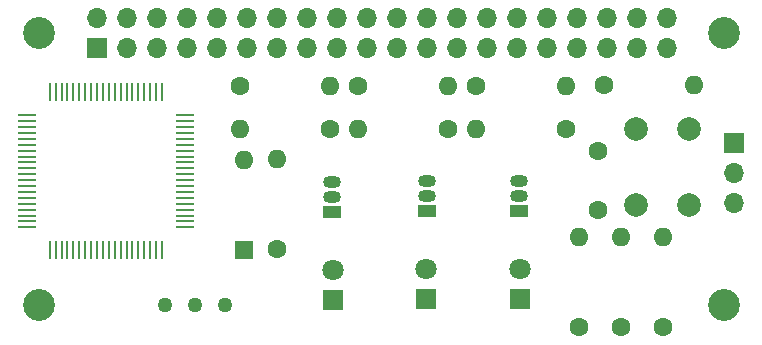
<source format=gts>
G04 #@! TF.GenerationSoftware,KiCad,Pcbnew,8.0.8*
G04 #@! TF.CreationDate,2025-02-26T07:42:39+09:00*
G04 #@! TF.ProjectId,1bit-cpu_HAT,31626974-2d63-4707-955f-4841542e6b69,rev?*
G04 #@! TF.SameCoordinates,Original*
G04 #@! TF.FileFunction,Soldermask,Top*
G04 #@! TF.FilePolarity,Negative*
%FSLAX46Y46*%
G04 Gerber Fmt 4.6, Leading zero omitted, Abs format (unit mm)*
G04 Created by KiCad (PCBNEW 8.0.8) date 2025-02-26 07:42:39*
%MOMM*%
%LPD*%
G01*
G04 APERTURE LIST*
G04 Aperture macros list*
%AMRoundRect*
0 Rectangle with rounded corners*
0 $1 Rounding radius*
0 $2 $3 $4 $5 $6 $7 $8 $9 X,Y pos of 4 corners*
0 Add a 4 corners polygon primitive as box body*
4,1,4,$2,$3,$4,$5,$6,$7,$8,$9,$2,$3,0*
0 Add four circle primitives for the rounded corners*
1,1,$1+$1,$2,$3*
1,1,$1+$1,$4,$5*
1,1,$1+$1,$6,$7*
1,1,$1+$1,$8,$9*
0 Add four rect primitives between the rounded corners*
20,1,$1+$1,$2,$3,$4,$5,0*
20,1,$1+$1,$4,$5,$6,$7,0*
20,1,$1+$1,$6,$7,$8,$9,0*
20,1,$1+$1,$8,$9,$2,$3,0*%
G04 Aperture macros list end*
%ADD10R,1.600000X1.600000*%
%ADD11O,1.600000X1.600000*%
%ADD12R,1.800000X1.800000*%
%ADD13C,1.800000*%
%ADD14R,1.500000X1.050000*%
%ADD15O,1.500000X1.050000*%
%ADD16C,1.600000*%
%ADD17C,2.700000*%
%ADD18R,1.700000X1.700000*%
%ADD19O,1.700000X1.700000*%
%ADD20C,1.269000*%
%ADD21C,2.000000*%
%ADD22RoundRect,0.062500X0.675000X0.062500X-0.675000X0.062500X-0.675000X-0.062500X0.675000X-0.062500X0*%
%ADD23RoundRect,0.062500X0.062500X0.675000X-0.062500X0.675000X-0.062500X-0.675000X0.062500X-0.675000X0*%
G04 APERTURE END LIST*
D10*
G04 #@! TO.C,D1*
X143750000Y-111560000D03*
D11*
X143750000Y-103940000D03*
G04 #@! TD*
D12*
G04 #@! TO.C,LED3*
X167100000Y-115700000D03*
D13*
X167100000Y-113160000D03*
G04 #@! TD*
D14*
G04 #@! TO.C,Q3*
X167035000Y-108250000D03*
D15*
X167035000Y-106980000D03*
X167035000Y-105710000D03*
G04 #@! TD*
D16*
G04 #@! TO.C,R15*
X163385000Y-97690000D03*
D11*
X171005000Y-97690000D03*
G04 #@! TD*
D14*
G04 #@! TO.C,Q1*
X151235000Y-108340000D03*
D15*
X151235000Y-107070000D03*
X151235000Y-105800000D03*
G04 #@! TD*
D12*
G04 #@! TO.C,LED1*
X151250000Y-115785000D03*
D13*
X151250000Y-113245000D03*
G04 #@! TD*
D17*
G04 #@! TO.C,H3*
X126400000Y-93200000D03*
G04 #@! TD*
D16*
G04 #@! TO.C,R8*
X179245000Y-118125000D03*
D11*
X179245000Y-110505000D03*
G04 #@! TD*
D17*
G04 #@! TO.C,H4*
X126400000Y-116200000D03*
G04 #@! TD*
D18*
G04 #@! TO.C,J2*
X185200000Y-102560000D03*
D19*
X185200000Y-105100000D03*
X185200000Y-107640000D03*
G04 #@! TD*
D16*
G04 #@! TO.C,R1*
X174240000Y-97650000D03*
D11*
X181860000Y-97650000D03*
G04 #@! TD*
D12*
G04 #@! TO.C,LED2*
X159190000Y-115710000D03*
D13*
X159190000Y-113170000D03*
G04 #@! TD*
D17*
G04 #@! TO.C,H2*
X184400000Y-116200000D03*
G04 #@! TD*
D20*
G04 #@! TO.C,VR1*
X142100000Y-116250000D03*
X139560000Y-116250000D03*
X137020000Y-116250000D03*
G04 #@! TD*
D16*
G04 #@! TO.C,R7*
X175700000Y-118110000D03*
D11*
X175700000Y-110490000D03*
G04 #@! TD*
D21*
G04 #@! TO.C,SW3*
X181400000Y-101300000D03*
X181400000Y-107800000D03*
X176900000Y-101300000D03*
X176900000Y-107800000D03*
G04 #@! TD*
D14*
G04 #@! TO.C,Q2*
X159200000Y-108260000D03*
D15*
X159200000Y-106990000D03*
X159200000Y-105720000D03*
G04 #@! TD*
D16*
G04 #@! TO.C,R16*
X171005000Y-101340000D03*
D11*
X163385000Y-101340000D03*
G04 #@! TD*
D16*
G04 #@! TO.C,R12*
X151000000Y-101300000D03*
D11*
X143380000Y-101300000D03*
G04 #@! TD*
D22*
G04 #@! TO.C,U1*
X138737500Y-109662500D03*
X138737500Y-109162500D03*
X138737500Y-108662500D03*
X138737500Y-108162500D03*
X138737500Y-107662500D03*
X138737500Y-107162500D03*
X138737500Y-106662500D03*
X138737500Y-106162500D03*
X138737500Y-105662500D03*
X138737500Y-105162500D03*
X138737500Y-104662500D03*
X138737500Y-104162500D03*
X138737500Y-103662500D03*
X138737500Y-103162500D03*
X138737500Y-102662500D03*
X138737500Y-102162500D03*
X138737500Y-101662500D03*
X138737500Y-101162500D03*
X138737500Y-100662500D03*
X138737500Y-100162500D03*
D23*
X136800000Y-98225000D03*
X136300000Y-98225000D03*
X135800000Y-98225000D03*
X135300000Y-98225000D03*
X134800000Y-98225000D03*
X134300000Y-98225000D03*
X133800000Y-98225000D03*
X133300000Y-98225000D03*
X132800000Y-98225000D03*
X132300000Y-98225000D03*
X131800000Y-98225000D03*
X131300000Y-98225000D03*
X130800000Y-98225000D03*
X130300000Y-98225000D03*
X129800000Y-98225000D03*
X129300000Y-98225000D03*
X128800000Y-98225000D03*
X128300000Y-98225000D03*
X127800000Y-98225000D03*
X127300000Y-98225000D03*
D22*
X125362500Y-100162500D03*
X125362500Y-100662500D03*
X125362500Y-101162500D03*
X125362500Y-101662500D03*
X125362500Y-102162500D03*
X125362500Y-102662500D03*
X125362500Y-103162500D03*
X125362500Y-103662500D03*
X125362500Y-104162500D03*
X125362500Y-104662500D03*
X125362500Y-105162500D03*
X125362500Y-105662500D03*
X125362500Y-106162500D03*
X125362500Y-106662500D03*
X125362500Y-107162500D03*
X125362500Y-107662500D03*
X125362500Y-108162500D03*
X125362500Y-108662500D03*
X125362500Y-109162500D03*
X125362500Y-109662500D03*
D23*
X127300000Y-111600000D03*
X127800000Y-111600000D03*
X128300000Y-111600000D03*
X128800000Y-111600000D03*
X129300000Y-111600000D03*
X129800000Y-111600000D03*
X130300000Y-111600000D03*
X130800000Y-111600000D03*
X131300000Y-111600000D03*
X131800000Y-111600000D03*
X132300000Y-111600000D03*
X132800000Y-111600000D03*
X133300000Y-111600000D03*
X133800000Y-111600000D03*
X134300000Y-111600000D03*
X134800000Y-111600000D03*
X135300000Y-111600000D03*
X135800000Y-111600000D03*
X136300000Y-111600000D03*
X136800000Y-111600000D03*
G04 #@! TD*
D16*
G04 #@! TO.C,R14*
X161000000Y-101300000D03*
D11*
X153380000Y-101300000D03*
G04 #@! TD*
D16*
G04 #@! TO.C,C1*
X173700000Y-103200000D03*
X173700000Y-108200000D03*
G04 #@! TD*
G04 #@! TO.C,R2*
X146500000Y-111510000D03*
D11*
X146500000Y-103890000D03*
G04 #@! TD*
D16*
G04 #@! TO.C,R11*
X143380000Y-97700000D03*
D11*
X151000000Y-97700000D03*
G04 #@! TD*
D16*
G04 #@! TO.C,R6*
X172100000Y-118110000D03*
D11*
X172100000Y-110490000D03*
G04 #@! TD*
D17*
G04 #@! TO.C,H1*
X184400000Y-93200000D03*
G04 #@! TD*
D16*
G04 #@! TO.C,R13*
X153380000Y-97700000D03*
D11*
X161000000Y-97700000D03*
G04 #@! TD*
D18*
G04 #@! TO.C,J1*
X131270000Y-94470000D03*
D19*
X131270000Y-91930000D03*
X133810000Y-94470000D03*
X133810000Y-91930000D03*
X136350000Y-94470000D03*
X136350000Y-91930000D03*
X138890000Y-94470000D03*
X138890000Y-91930000D03*
X141430000Y-94470000D03*
X141430000Y-91930000D03*
X143970000Y-94470000D03*
X143970000Y-91930000D03*
X146510000Y-94470000D03*
X146510000Y-91930000D03*
X149050000Y-94470000D03*
X149050000Y-91930000D03*
X151590000Y-94470000D03*
X151590000Y-91930000D03*
X154130000Y-94470000D03*
X154130000Y-91930000D03*
X156670000Y-94470000D03*
X156670000Y-91930000D03*
X159210000Y-94470000D03*
X159210000Y-91930000D03*
X161750000Y-94470000D03*
X161750000Y-91930000D03*
X164290000Y-94470000D03*
X164290000Y-91930000D03*
X166830000Y-94470000D03*
X166830000Y-91930000D03*
X169370000Y-94470000D03*
X169370000Y-91930000D03*
X171910000Y-94470000D03*
X171910000Y-91930000D03*
X174450000Y-94470000D03*
X174450000Y-91930000D03*
X176990000Y-94470000D03*
X176990000Y-91930000D03*
X179530000Y-94470000D03*
X179530000Y-91930000D03*
G04 #@! TD*
M02*

</source>
